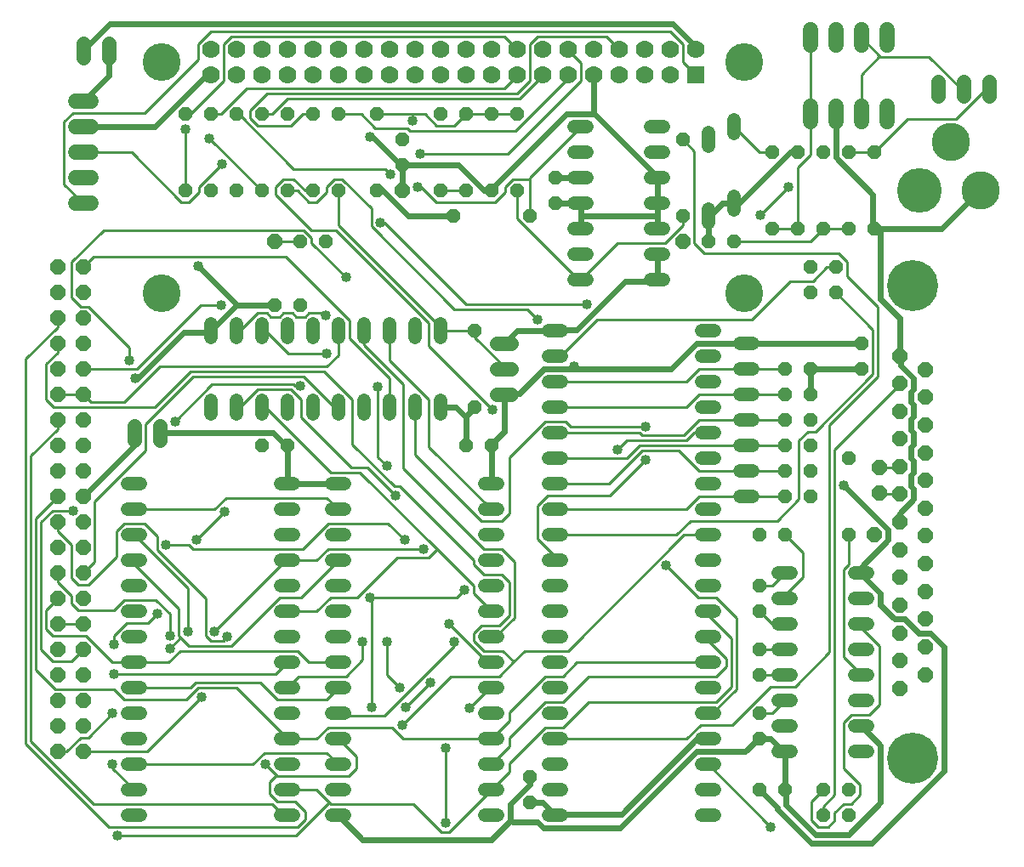
<source format=gtl>
G75*
%MOIN*%
%OFA0B0*%
%FSLAX24Y24*%
%IPPOS*%
%LPD*%
%AMOC8*
5,1,8,0,0,1.08239X$1,22.5*
%
%ADD10OC8,0.0520*%
%ADD11C,0.0520*%
%ADD12C,0.0560*%
%ADD13OC8,0.0560*%
%ADD14C,0.0600*%
%ADD15OC8,0.0600*%
%ADD16C,0.2000*%
%ADD17R,0.0700X0.0700*%
%ADD18C,0.0700*%
%ADD19C,0.1483*%
%ADD20C,0.1750*%
%ADD21C,0.1500*%
%ADD22C,0.0100*%
%ADD23C,0.0400*%
%ADD24C,0.0240*%
D10*
X010180Y016680D03*
X011180Y016680D03*
X010680Y022180D03*
X011680Y022180D03*
X011680Y024680D03*
X012680Y024680D03*
X012180Y026680D03*
X011180Y026680D03*
X010180Y026680D03*
X009180Y026680D03*
X008180Y026680D03*
X007180Y026680D03*
X007180Y029680D03*
X008180Y029680D03*
X009180Y029680D03*
X010180Y029680D03*
X011180Y029680D03*
X012180Y029680D03*
X013180Y029680D03*
X014680Y029680D03*
X015680Y028680D03*
X015680Y027680D03*
X014680Y026680D03*
X013180Y026680D03*
X017180Y026680D03*
X018180Y026680D03*
X019180Y026680D03*
X020180Y026680D03*
X020680Y025680D03*
X021680Y026180D03*
X021680Y027180D03*
X020180Y029680D03*
X019180Y029680D03*
X018180Y029680D03*
X017180Y029680D03*
X017680Y025680D03*
X018530Y021180D03*
X018530Y018180D03*
X018180Y016680D03*
X019180Y016680D03*
X027680Y024680D03*
X028680Y024680D03*
X030180Y025180D03*
X031180Y025180D03*
X032180Y025180D03*
X033180Y025180D03*
X034180Y025180D03*
X034180Y028180D03*
X033180Y028180D03*
X032180Y028180D03*
X031180Y028180D03*
X030180Y028180D03*
X026680Y028680D03*
X026680Y025680D03*
X033680Y020680D03*
X033680Y019680D03*
X033180Y016180D03*
X033180Y013180D03*
X030680Y013180D03*
X029680Y013180D03*
X029680Y011180D03*
X029680Y010180D03*
X029680Y008680D03*
X029680Y007680D03*
X029680Y006180D03*
X029680Y005180D03*
X029680Y003180D03*
X030680Y003180D03*
X020680Y002680D03*
X020680Y003680D03*
D11*
X021420Y003180D02*
X021940Y003180D01*
X021940Y004180D02*
X021420Y004180D01*
X021420Y005180D02*
X021940Y005180D01*
X021940Y006180D02*
X021420Y006180D01*
X021420Y007180D02*
X021940Y007180D01*
X021940Y008180D02*
X021420Y008180D01*
X021420Y009180D02*
X021940Y009180D01*
X021940Y010180D02*
X021420Y010180D01*
X021420Y011180D02*
X021940Y011180D01*
X021940Y012180D02*
X021420Y012180D01*
X021420Y013180D02*
X021940Y013180D01*
X021940Y014180D02*
X021420Y014180D01*
X021420Y015180D02*
X021940Y015180D01*
X021940Y016180D02*
X021420Y016180D01*
X021420Y017180D02*
X021940Y017180D01*
X021940Y018180D02*
X021420Y018180D01*
X021420Y019180D02*
X021940Y019180D01*
X021940Y020180D02*
X021420Y020180D01*
X021420Y021180D02*
X021940Y021180D01*
X022420Y023180D02*
X022940Y023180D01*
X022940Y024180D02*
X022420Y024180D01*
X022420Y025180D02*
X022940Y025180D01*
X022940Y026180D02*
X022420Y026180D01*
X022420Y027180D02*
X022940Y027180D01*
X022940Y028180D02*
X022420Y028180D01*
X022420Y029180D02*
X022940Y029180D01*
X025420Y029180D02*
X025940Y029180D01*
X025940Y028180D02*
X025420Y028180D01*
X025420Y027180D02*
X025940Y027180D01*
X025940Y026180D02*
X025420Y026180D01*
X025420Y025180D02*
X025940Y025180D01*
X025940Y024180D02*
X025420Y024180D01*
X025420Y023180D02*
X025940Y023180D01*
X027420Y021180D02*
X027940Y021180D01*
X028920Y020680D02*
X029440Y020680D01*
X029440Y019680D02*
X028920Y019680D01*
X027940Y019180D02*
X027420Y019180D01*
X027420Y020180D02*
X027940Y020180D01*
X028920Y018680D02*
X029440Y018680D01*
X029440Y017680D02*
X028920Y017680D01*
X027940Y018180D02*
X027420Y018180D01*
X027420Y017180D02*
X027940Y017180D01*
X028920Y016680D02*
X029440Y016680D01*
X029440Y015680D02*
X028920Y015680D01*
X028920Y014680D02*
X029440Y014680D01*
X027940Y014180D02*
X027420Y014180D01*
X027420Y013180D02*
X027940Y013180D01*
X027940Y012180D02*
X027420Y012180D01*
X027420Y011180D02*
X027940Y011180D01*
X027940Y010180D02*
X027420Y010180D01*
X027420Y009180D02*
X027940Y009180D01*
X027940Y008180D02*
X027420Y008180D01*
X027420Y007180D02*
X027940Y007180D01*
X027940Y006180D02*
X027420Y006180D01*
X027420Y005180D02*
X027940Y005180D01*
X027940Y004180D02*
X027420Y004180D01*
X027420Y003180D02*
X027940Y003180D01*
X027940Y002180D02*
X027420Y002180D01*
X030420Y004680D02*
X030940Y004680D01*
X030940Y005680D02*
X030420Y005680D01*
X030420Y006680D02*
X030940Y006680D01*
X030940Y007680D02*
X030420Y007680D01*
X030420Y008680D02*
X030940Y008680D01*
X030940Y009680D02*
X030420Y009680D01*
X030420Y010680D02*
X030940Y010680D01*
X030940Y011680D02*
X030420Y011680D01*
X033420Y011680D02*
X033940Y011680D01*
X033940Y010680D02*
X033420Y010680D01*
X033420Y009680D02*
X033940Y009680D01*
X033940Y008680D02*
X033420Y008680D01*
X033420Y007680D02*
X033940Y007680D01*
X033940Y006680D02*
X033420Y006680D01*
X033420Y005680D02*
X033940Y005680D01*
X033940Y004680D02*
X033420Y004680D01*
X021940Y002180D02*
X021420Y002180D01*
X019440Y002180D02*
X018920Y002180D01*
X018920Y003180D02*
X019440Y003180D01*
X019440Y004180D02*
X018920Y004180D01*
X018920Y005180D02*
X019440Y005180D01*
X019440Y006180D02*
X018920Y006180D01*
X018920Y007180D02*
X019440Y007180D01*
X019440Y008180D02*
X018920Y008180D01*
X018920Y009180D02*
X019440Y009180D01*
X019440Y010180D02*
X018920Y010180D01*
X018920Y011180D02*
X019440Y011180D01*
X019440Y012180D02*
X018920Y012180D01*
X018920Y013180D02*
X019440Y013180D01*
X019440Y014180D02*
X018920Y014180D01*
X018920Y015180D02*
X019440Y015180D01*
X017180Y017920D02*
X017180Y018440D01*
X016180Y018440D02*
X016180Y017920D01*
X015180Y017920D02*
X015180Y018440D01*
X014180Y018440D02*
X014180Y017920D01*
X013180Y017920D02*
X013180Y018440D01*
X012180Y018440D02*
X012180Y017920D01*
X011180Y017920D02*
X011180Y018440D01*
X010180Y018440D02*
X010180Y017920D01*
X009180Y017920D02*
X009180Y018440D01*
X008180Y018440D02*
X008180Y017920D01*
X005440Y015180D02*
X004920Y015180D01*
X004920Y014180D02*
X005440Y014180D01*
X005440Y013180D02*
X004920Y013180D01*
X004920Y012180D02*
X005440Y012180D01*
X005440Y011180D02*
X004920Y011180D01*
X004920Y010180D02*
X005440Y010180D01*
X005440Y009180D02*
X004920Y009180D01*
X004920Y008180D02*
X005440Y008180D01*
X005440Y007180D02*
X004920Y007180D01*
X004920Y006180D02*
X005440Y006180D01*
X005440Y005180D02*
X004920Y005180D01*
X004920Y004180D02*
X005440Y004180D01*
X005440Y003180D02*
X004920Y003180D01*
X004920Y002180D02*
X005440Y002180D01*
X010920Y002180D02*
X011440Y002180D01*
X011440Y003180D02*
X010920Y003180D01*
X010920Y004180D02*
X011440Y004180D01*
X011440Y005180D02*
X010920Y005180D01*
X010920Y006180D02*
X011440Y006180D01*
X011440Y007180D02*
X010920Y007180D01*
X010920Y008180D02*
X011440Y008180D01*
X011440Y009180D02*
X010920Y009180D01*
X010920Y010180D02*
X011440Y010180D01*
X011440Y011180D02*
X010920Y011180D01*
X010920Y012180D02*
X011440Y012180D01*
X011440Y013180D02*
X010920Y013180D01*
X010920Y014180D02*
X011440Y014180D01*
X011440Y015180D02*
X010920Y015180D01*
X012920Y015180D02*
X013440Y015180D01*
X013440Y014180D02*
X012920Y014180D01*
X012920Y013180D02*
X013440Y013180D01*
X013440Y012180D02*
X012920Y012180D01*
X012920Y011180D02*
X013440Y011180D01*
X013440Y010180D02*
X012920Y010180D01*
X012920Y009180D02*
X013440Y009180D01*
X013440Y008180D02*
X012920Y008180D01*
X012920Y007180D02*
X013440Y007180D01*
X013440Y006180D02*
X012920Y006180D01*
X012920Y005180D02*
X013440Y005180D01*
X013440Y004180D02*
X012920Y004180D01*
X012920Y003180D02*
X013440Y003180D01*
X013440Y002180D02*
X012920Y002180D01*
X027420Y015180D02*
X027940Y015180D01*
X027940Y016180D02*
X027420Y016180D01*
X017180Y020920D02*
X017180Y021440D01*
X016180Y021440D02*
X016180Y020920D01*
X015180Y020920D02*
X015180Y021440D01*
X014180Y021440D02*
X014180Y020920D01*
X013180Y020920D02*
X013180Y021440D01*
X012180Y021440D02*
X012180Y020920D01*
X011180Y020920D02*
X011180Y021440D01*
X010180Y021440D02*
X010180Y020920D01*
X009180Y020920D02*
X009180Y021440D01*
X008180Y021440D02*
X008180Y020920D01*
X027680Y025420D02*
X027680Y025940D01*
X028680Y025920D02*
X028680Y026440D01*
X027680Y028420D02*
X027680Y028940D01*
X028680Y028920D02*
X028680Y029440D01*
D12*
X036680Y030400D02*
X036680Y030960D01*
X037680Y030960D02*
X037680Y030400D01*
X038680Y030400D02*
X038680Y030960D01*
X019960Y020680D02*
X019400Y020680D01*
X019400Y019680D02*
X019960Y019680D01*
X019960Y018680D02*
X019400Y018680D01*
X006180Y017460D02*
X006180Y016900D01*
X005180Y016900D02*
X005180Y017460D01*
X004180Y031900D02*
X004180Y032460D01*
X003180Y032460D02*
X003180Y031900D01*
D13*
X030680Y019680D03*
X031680Y019680D03*
X031680Y018680D03*
X030680Y018680D03*
X030680Y017680D03*
X031680Y017680D03*
X031680Y016680D03*
X030680Y016680D03*
X030680Y015680D03*
X030680Y014680D03*
X031680Y014680D03*
X031680Y015680D03*
X031680Y022680D03*
X031680Y023680D03*
X032680Y023680D03*
X032680Y022680D03*
X032180Y003180D03*
X033180Y003180D03*
X033180Y002180D03*
X032180Y002180D03*
D14*
X003480Y026180D02*
X002880Y026180D01*
X002880Y027180D02*
X003480Y027180D01*
X003480Y028180D02*
X002880Y028180D01*
X002880Y029180D02*
X003480Y029180D01*
X003480Y030180D02*
X002880Y030180D01*
X031680Y029980D02*
X031680Y029380D01*
X032680Y029380D02*
X032680Y029980D01*
X033680Y029980D02*
X033680Y029380D01*
X034680Y029380D02*
X034680Y029980D01*
X034680Y032380D02*
X034680Y032980D01*
X033680Y032980D02*
X033680Y032380D01*
X032680Y032380D02*
X032680Y032980D01*
X031680Y032980D02*
X031680Y032380D01*
D15*
X026680Y024680D03*
X035180Y020200D03*
X036180Y019660D03*
X035180Y019110D03*
X036180Y018570D03*
X035180Y018030D03*
X036180Y017480D03*
X035180Y016940D03*
X036180Y016400D03*
X035180Y015850D03*
X034380Y015830D03*
X034380Y014830D03*
X035180Y014770D03*
X036180Y015310D03*
X036180Y014220D03*
X035180Y013680D03*
X036180Y013140D03*
X035180Y012590D03*
X036180Y012050D03*
X035180Y011510D03*
X036180Y010960D03*
X035180Y010420D03*
X036180Y009880D03*
X035180Y009330D03*
X036180Y008790D03*
X035180Y008250D03*
X036180Y007700D03*
X035180Y007160D03*
X034180Y013180D03*
X015680Y026680D03*
X010680Y024680D03*
X003180Y023680D03*
X003180Y022680D03*
X002180Y022680D03*
X002180Y023680D03*
X002180Y021680D03*
X003180Y021680D03*
X003180Y020680D03*
X002180Y020680D03*
X002180Y019680D03*
X003180Y019680D03*
X003180Y018680D03*
X002180Y018680D03*
X002180Y017680D03*
X003180Y017680D03*
X003180Y016680D03*
X002180Y016680D03*
X002180Y015680D03*
X002180Y014680D03*
X003180Y014680D03*
X003180Y015680D03*
X003180Y013680D03*
X002180Y013680D03*
X002180Y012680D03*
X003180Y012680D03*
X003180Y011680D03*
X002180Y011680D03*
X002180Y010680D03*
X003180Y010680D03*
X003180Y009680D03*
X002180Y009680D03*
X002180Y008680D03*
X002180Y007680D03*
X003180Y007680D03*
X003180Y008680D03*
X003180Y006680D03*
X002180Y006680D03*
X002180Y005680D03*
X003180Y005680D03*
X003180Y004680D03*
X002180Y004680D03*
D16*
X035680Y004420D03*
X035680Y022940D03*
D17*
X027180Y031208D03*
D18*
X026180Y031208D03*
X026180Y032208D03*
X027180Y032208D03*
X025180Y032208D03*
X024180Y032208D03*
X023180Y032208D03*
X022180Y032208D03*
X021180Y032208D03*
X020180Y032208D03*
X019180Y032208D03*
X018180Y032208D03*
X017180Y032208D03*
X016180Y032208D03*
X015180Y032208D03*
X014180Y032208D03*
X013180Y032208D03*
X012180Y032208D03*
X011180Y032208D03*
X010180Y032208D03*
X009180Y032208D03*
X008180Y032208D03*
X008180Y031208D03*
X009180Y031208D03*
X010180Y031208D03*
X011180Y031208D03*
X012180Y031208D03*
X013180Y031208D03*
X014180Y031208D03*
X015180Y031208D03*
X016180Y031208D03*
X017180Y031208D03*
X018180Y031208D03*
X019180Y031208D03*
X020180Y031208D03*
X021180Y031208D03*
X022180Y031208D03*
X023180Y031208D03*
X024180Y031208D03*
X025180Y031208D03*
D19*
X029097Y031708D03*
X029097Y022652D03*
X006263Y022652D03*
X006263Y031708D03*
D20*
X035960Y026680D03*
D21*
X037180Y028570D03*
X038361Y026680D03*
D22*
X010580Y002630D02*
X003580Y002630D01*
X001130Y005080D01*
X001130Y016280D01*
X002180Y017330D01*
X002180Y017680D01*
X002030Y018180D02*
X005980Y018180D01*
X007380Y019580D01*
X012630Y019580D01*
X013730Y018480D01*
X013730Y016730D01*
X015380Y015080D01*
X015580Y015080D01*
X018480Y012180D01*
X018480Y012030D01*
X018880Y011630D01*
X019580Y011630D01*
X019880Y011330D01*
X019880Y010030D01*
X019480Y009630D01*
X018780Y009630D01*
X018480Y009330D01*
X018480Y009030D01*
X018880Y008630D01*
X019630Y008630D01*
X020055Y008205D01*
X020480Y008630D01*
X022180Y008630D01*
X026730Y013180D01*
X027680Y013180D01*
X026980Y013730D02*
X030380Y013730D01*
X031230Y014580D01*
X031230Y016880D01*
X031580Y017230D01*
X031880Y017230D01*
X034130Y019480D01*
X034130Y021230D01*
X032680Y022680D01*
X033130Y023330D02*
X033130Y023880D01*
X032780Y024230D01*
X027530Y024230D01*
X027130Y024630D01*
X027130Y028230D01*
X026680Y028680D01*
X028680Y029180D02*
X029680Y028180D01*
X030180Y028180D01*
X031180Y027580D02*
X031680Y028080D01*
X031680Y029680D01*
X031680Y032680D01*
X033680Y032680D02*
X034405Y031955D01*
X033680Y031230D01*
X033680Y029680D01*
X034180Y028180D02*
X035480Y029480D01*
X037380Y029480D01*
X038580Y030680D01*
X038680Y030680D01*
X037680Y030680D02*
X037580Y030680D01*
X036330Y031930D01*
X034430Y031930D01*
X034405Y031955D01*
X034180Y028180D02*
X033180Y028180D01*
X031180Y027580D02*
X031180Y025180D01*
X030180Y025180D01*
X029730Y025730D02*
X030830Y026830D01*
X032180Y025180D02*
X033180Y025180D01*
X032180Y025180D02*
X031680Y024680D01*
X028680Y024680D01*
X026680Y025330D02*
X025980Y024630D01*
X024130Y024630D01*
X022680Y023180D01*
X022580Y023180D01*
X020180Y025580D01*
X020180Y026680D01*
X019730Y026630D02*
X019730Y026830D01*
X020030Y027130D01*
X020680Y027130D01*
X020680Y025680D01*
X019730Y026630D02*
X019330Y026230D01*
X017030Y026230D01*
X016430Y026830D01*
X016280Y026830D01*
X015230Y027330D02*
X015030Y027530D01*
X011430Y027530D01*
X009280Y029680D01*
X009180Y029680D01*
X009730Y029830D02*
X009730Y029530D01*
X010030Y029230D01*
X011330Y029230D01*
X011780Y029680D01*
X012180Y029680D01*
X013180Y029680D02*
X014080Y029680D01*
X014630Y029130D01*
X015880Y029130D01*
X015980Y029030D01*
X020130Y029030D01*
X022180Y031080D01*
X022180Y031208D01*
X022680Y030980D02*
X022680Y031680D01*
X022180Y032180D01*
X022180Y032208D01*
X020980Y032730D02*
X023680Y032730D01*
X024180Y032230D01*
X024180Y032208D01*
X022680Y030980D02*
X019830Y028130D01*
X016380Y028130D01*
X017030Y029230D02*
X017730Y029230D01*
X018180Y029680D01*
X019180Y029680D01*
X020180Y029680D01*
X020280Y030280D02*
X021180Y031180D01*
X021180Y031208D01*
X020680Y030980D02*
X020680Y032430D01*
X020980Y032730D01*
X020180Y032230D02*
X020180Y032208D01*
X020180Y032230D02*
X019680Y032730D01*
X008980Y032730D01*
X008680Y032430D01*
X008680Y030980D01*
X007380Y029680D01*
X007180Y029680D01*
X007180Y029080D02*
X007180Y026680D01*
X007330Y026230D02*
X007030Y026230D01*
X005080Y028180D01*
X003180Y028180D01*
X002430Y029380D02*
X002430Y026930D01*
X003180Y026180D01*
X003980Y025130D02*
X002730Y023880D01*
X002730Y022480D01*
X003080Y022130D01*
X003380Y022130D01*
X004980Y020530D01*
X004980Y020030D01*
X005280Y019680D02*
X007780Y022180D01*
X008580Y022180D01*
X009180Y021180D02*
X009330Y021180D01*
X010030Y021880D01*
X010380Y021880D01*
X010530Y021730D01*
X010880Y021730D01*
X011030Y021880D01*
X011380Y021880D01*
X011530Y021730D01*
X011880Y021730D01*
X012030Y021880D01*
X012580Y021880D01*
X012680Y021780D01*
X013180Y021180D02*
X013180Y020230D01*
X012730Y019780D01*
X006180Y019780D01*
X004780Y018380D01*
X003480Y018380D01*
X003180Y018680D01*
X002180Y018680D01*
X001730Y018480D02*
X002030Y018180D01*
X001730Y018480D02*
X001730Y019880D01*
X002180Y020330D01*
X002180Y020680D01*
X002180Y021330D02*
X000930Y020080D01*
X000930Y004980D01*
X004180Y001730D01*
X011580Y001730D01*
X011880Y002030D01*
X011880Y002330D01*
X011480Y002730D01*
X010780Y002730D01*
X010480Y003030D01*
X010480Y003480D01*
X010755Y003755D01*
X010330Y004180D01*
X010755Y003755D02*
X010780Y003730D01*
X013580Y003730D01*
X013880Y004030D01*
X013880Y004480D01*
X013180Y005180D01*
X012730Y004630D02*
X013180Y004180D01*
X012730Y004630D02*
X010280Y004630D01*
X009830Y004180D01*
X005180Y004180D01*
X005680Y004680D02*
X007830Y006830D01*
X007680Y007180D02*
X009180Y007180D01*
X011180Y005180D01*
X012330Y005180D01*
X012780Y005630D01*
X015280Y005630D01*
X015730Y005180D01*
X019180Y005180D01*
X019880Y005880D01*
X019880Y006230D01*
X021280Y007630D01*
X021980Y007630D01*
X022530Y008180D01*
X027680Y008180D01*
X027980Y007630D02*
X022980Y007630D01*
X021980Y006630D01*
X021280Y006630D01*
X019880Y005230D01*
X019880Y004880D01*
X019180Y004180D01*
X019880Y004230D02*
X019880Y003880D01*
X019180Y003180D01*
X017530Y001530D01*
X017230Y001530D01*
X016130Y002630D01*
X012880Y002630D01*
X012830Y002680D01*
X011530Y001380D01*
X004530Y001380D01*
X005180Y003180D02*
X004330Y004030D01*
X004330Y004180D01*
X003180Y004680D02*
X005680Y004680D01*
X004330Y006180D02*
X003380Y005230D01*
X003080Y005230D01*
X002530Y004680D01*
X002180Y004680D01*
X004380Y007130D02*
X004780Y006730D01*
X007230Y006730D01*
X007680Y007180D01*
X007580Y007380D02*
X007380Y007180D01*
X005180Y007180D01*
X004380Y007130D02*
X002080Y007130D01*
X001330Y007880D01*
X001330Y013830D01*
X002180Y014680D01*
X001980Y014130D02*
X001530Y013680D01*
X001530Y008680D01*
X001980Y008230D01*
X002730Y008230D01*
X003180Y008680D01*
X003280Y009230D02*
X001980Y009230D01*
X001730Y009480D01*
X001730Y010230D01*
X002180Y010680D01*
X002730Y010780D02*
X002730Y010480D01*
X002980Y010230D01*
X004380Y010230D01*
X004780Y010630D01*
X006030Y010630D01*
X006580Y010080D01*
X006580Y009230D01*
X006930Y009230D02*
X007005Y009155D01*
X006580Y008730D01*
X006980Y008630D02*
X006530Y008180D01*
X005180Y008180D01*
X004330Y008180D01*
X003280Y009230D01*
X003180Y009680D02*
X002180Y009680D01*
X002730Y010780D02*
X002180Y011330D01*
X002180Y011680D01*
X002730Y011480D02*
X002980Y011230D01*
X003380Y011230D01*
X004480Y012330D01*
X004480Y013330D01*
X004780Y013630D01*
X005580Y013630D01*
X006080Y013130D01*
X006080Y012580D01*
X007980Y010680D01*
X007980Y009230D01*
X008180Y009030D01*
X008680Y009030D01*
X008830Y009180D01*
X008980Y008830D02*
X010880Y010730D01*
X011730Y010730D01*
X013180Y012180D01*
X012780Y012630D02*
X016530Y012630D01*
X016730Y012280D02*
X017055Y012605D01*
X014030Y015630D01*
X012880Y015630D01*
X010330Y018180D01*
X010180Y018180D01*
X010030Y018880D02*
X011330Y018880D01*
X011730Y018480D01*
X011730Y017780D01*
X013680Y015830D01*
X014330Y015830D01*
X015430Y014730D01*
X015730Y015780D02*
X018880Y012630D01*
X019580Y012630D01*
X020080Y012130D01*
X020080Y009930D01*
X019330Y009180D01*
X019180Y009180D01*
X019180Y008180D02*
X019030Y008180D01*
X017530Y009680D01*
X017730Y008980D02*
X017730Y008830D01*
X014980Y006080D01*
X013280Y006080D01*
X013180Y006180D01*
X012730Y006730D02*
X013180Y007180D01*
X013480Y007630D02*
X011630Y007630D01*
X011180Y007180D01*
X010780Y006730D02*
X012730Y006730D01*
X013480Y007630D02*
X014130Y008280D01*
X014130Y008980D01*
X013180Y008180D02*
X012030Y008180D01*
X011580Y008630D01*
X006980Y008630D01*
X007330Y008830D02*
X008980Y008830D01*
X008330Y009380D02*
X011130Y012180D01*
X011180Y012180D01*
X012330Y012180D01*
X012780Y012630D01*
X012780Y013630D02*
X011780Y012630D01*
X007480Y012630D01*
X007330Y012780D01*
X006430Y012780D01*
X007630Y012980D02*
X008730Y014080D01*
X008330Y014180D02*
X008780Y014630D01*
X012730Y014630D01*
X013180Y014180D01*
X012780Y013630D02*
X015130Y013630D01*
X015780Y012980D01*
X015480Y012280D02*
X016730Y012280D01*
X017055Y012605D02*
X018480Y011180D01*
X018480Y010880D01*
X019180Y010180D01*
X018130Y011030D02*
X017830Y010730D01*
X014480Y010730D01*
X014430Y010730D01*
X014480Y010730D02*
X014480Y006430D01*
X015580Y007180D02*
X015080Y007680D01*
X015080Y008980D01*
X016780Y007380D02*
X015830Y006430D01*
X015680Y005730D02*
X017580Y007630D01*
X019480Y007630D01*
X020055Y008205D01*
X019180Y007180D02*
X019130Y007180D01*
X018330Y006380D01*
X017380Y004830D02*
X017380Y001880D01*
X019880Y004230D02*
X021280Y005630D01*
X021980Y005630D01*
X022980Y006630D01*
X027980Y006630D01*
X028580Y007230D01*
X028580Y009130D01*
X027680Y010030D01*
X027680Y010180D01*
X027980Y010730D02*
X027280Y010730D01*
X026030Y011980D01*
X026430Y013180D02*
X026980Y013730D01*
X026830Y014180D02*
X027330Y014680D01*
X029180Y014680D01*
X030680Y014680D01*
X030680Y015680D02*
X029180Y015680D01*
X027330Y015680D01*
X026530Y016480D01*
X025080Y016480D01*
X023780Y015180D01*
X021680Y015180D01*
X021380Y014730D02*
X023830Y014730D01*
X025230Y016130D01*
X024980Y016680D02*
X029180Y016680D01*
X030680Y016680D01*
X030680Y017680D02*
X029180Y017680D01*
X027330Y017680D01*
X026730Y017080D01*
X025080Y017080D01*
X024980Y017180D01*
X021680Y017180D01*
X021280Y017630D02*
X019880Y016230D01*
X019880Y014030D01*
X019580Y013730D01*
X018780Y013730D01*
X016180Y016330D01*
X016180Y018180D01*
X016730Y018480D02*
X016730Y016630D01*
X019180Y014180D01*
X020980Y014330D02*
X020980Y013030D01*
X021680Y012330D01*
X021680Y012180D01*
X021680Y013180D02*
X026430Y013180D01*
X026830Y014180D02*
X021680Y014180D01*
X021380Y014730D02*
X020980Y014330D01*
X021680Y016180D02*
X024480Y016180D01*
X024980Y016680D01*
X024480Y016880D02*
X024130Y016530D01*
X024480Y016880D02*
X026830Y016880D01*
X027130Y017180D01*
X027680Y017180D01*
X026830Y018180D02*
X027330Y018680D01*
X029180Y018680D01*
X030680Y018680D01*
X030680Y019680D02*
X029180Y019680D01*
X027330Y019680D01*
X026830Y019180D01*
X021680Y019180D01*
X021680Y020180D02*
X021880Y020180D01*
X023330Y021630D01*
X029380Y021630D01*
X030880Y023130D01*
X031780Y023130D01*
X032330Y023680D01*
X032680Y023680D01*
X033130Y023330D02*
X034330Y022130D01*
X034330Y019380D01*
X032430Y017480D01*
X032430Y008580D01*
X031080Y007230D01*
X030130Y007230D01*
X028630Y005730D01*
X027380Y005730D01*
X026830Y005180D01*
X021680Y005180D01*
X027680Y004180D02*
X030130Y001730D01*
X031730Y001980D02*
X031980Y001730D01*
X032380Y001730D01*
X032630Y001980D01*
X032630Y002280D01*
X032980Y002630D01*
X033280Y002630D01*
X033630Y002980D01*
X033630Y003380D01*
X032980Y004030D01*
X032980Y005830D01*
X033280Y006130D01*
X033980Y006130D01*
X034380Y006530D01*
X034380Y008830D01*
X033680Y009530D01*
X033680Y009680D01*
X032980Y008380D02*
X033680Y007680D01*
X032980Y008380D02*
X032980Y011830D01*
X033180Y012030D01*
X033180Y013180D01*
X031380Y012480D02*
X031380Y011530D01*
X030680Y010830D01*
X030680Y010680D01*
X030180Y011180D02*
X029680Y011180D01*
X030180Y011180D02*
X030680Y011680D01*
X031380Y012480D02*
X030680Y013180D01*
X027980Y010730D02*
X028780Y009930D01*
X028780Y007130D01*
X027830Y006180D01*
X027680Y006180D01*
X027980Y007630D02*
X028380Y008030D01*
X028380Y008330D01*
X027680Y009030D01*
X027680Y009180D01*
X029680Y008680D02*
X030680Y008680D01*
X030680Y007680D02*
X029680Y007680D01*
X030680Y006680D02*
X030180Y006180D01*
X029680Y006180D01*
X032180Y003180D02*
X031730Y002730D01*
X031730Y001980D01*
X032180Y002180D02*
X032180Y002530D01*
X032630Y002980D01*
X032630Y016530D01*
X035180Y019080D01*
X035180Y019110D01*
X035180Y015850D02*
X035180Y015830D01*
X034380Y015830D01*
X034380Y014830D02*
X034430Y014780D01*
X035180Y014780D01*
X035180Y014770D01*
X030180Y009680D02*
X029680Y010180D01*
X030180Y009680D02*
X030680Y009680D01*
X025230Y017430D02*
X022280Y017430D01*
X022080Y017630D01*
X021280Y017630D01*
X021680Y018180D02*
X026830Y018180D01*
X022930Y022230D02*
X018180Y022230D01*
X014980Y025430D01*
X014830Y025430D01*
X014480Y025280D02*
X017730Y022030D01*
X020580Y022030D01*
X020980Y021630D01*
X019680Y019780D02*
X018530Y020930D01*
X018530Y021180D01*
X017180Y021180D01*
X017180Y021330D01*
X013180Y025330D01*
X013180Y026680D01*
X012730Y026630D02*
X012730Y026830D01*
X013030Y027130D01*
X013330Y027130D01*
X014480Y025980D01*
X014480Y025280D01*
X013080Y025130D02*
X016730Y021480D01*
X016730Y020580D01*
X019230Y018080D01*
X019680Y019680D02*
X019680Y019780D01*
X016730Y018480D02*
X015180Y020030D01*
X015180Y021180D01*
X014180Y021180D02*
X014180Y020630D01*
X015730Y019080D01*
X015730Y015780D01*
X015080Y015880D02*
X014730Y016230D01*
X014730Y018980D01*
X015180Y019330D02*
X013630Y020880D01*
X013630Y021580D01*
X011130Y024080D01*
X003580Y024080D01*
X003180Y023680D01*
X003980Y025130D02*
X011830Y025130D01*
X012130Y024830D01*
X012130Y024630D01*
X013480Y023280D01*
X011680Y024680D02*
X010680Y024680D01*
X012130Y025130D02*
X013080Y025130D01*
X012130Y025130D02*
X010730Y026530D01*
X010730Y026830D01*
X011030Y027130D01*
X011430Y027130D01*
X011880Y026680D01*
X012180Y026680D01*
X012330Y026230D02*
X012730Y026630D01*
X012330Y026230D02*
X012030Y026230D01*
X011580Y026680D01*
X011180Y026680D01*
X010180Y026680D02*
X008130Y028730D01*
X008180Y029680D02*
X008580Y029680D01*
X009580Y030680D01*
X019680Y030680D01*
X020180Y031180D01*
X020180Y031208D01*
X020680Y030980D02*
X020180Y030480D01*
X010380Y030480D01*
X009730Y029830D01*
X010180Y029680D02*
X010580Y029680D01*
X011180Y030280D01*
X020280Y030280D01*
X022680Y029180D02*
X020680Y027180D01*
X020680Y027130D01*
X018180Y026680D02*
X017180Y026680D01*
X017030Y029230D02*
X016580Y029680D01*
X016080Y029680D01*
X016080Y029430D01*
X016080Y029680D02*
X014680Y029680D01*
X008630Y027730D02*
X007730Y026830D01*
X007730Y026630D01*
X007330Y026230D01*
X005580Y029730D02*
X007680Y031830D01*
X007680Y032430D01*
X008180Y032930D01*
X026180Y032930D01*
X026680Y032430D01*
X026680Y031730D01*
X027180Y031230D01*
X027180Y031208D01*
X026680Y025680D02*
X026680Y025330D01*
X015180Y019330D02*
X015180Y018180D01*
X013180Y018180D02*
X013030Y018180D01*
X011830Y019380D01*
X007480Y019380D01*
X005630Y017530D01*
X005630Y016480D01*
X003630Y014480D01*
X003630Y012130D01*
X003180Y011680D01*
X002730Y011480D02*
X002730Y012780D01*
X002180Y013330D01*
X002180Y013680D01*
X001980Y014130D02*
X002780Y014130D01*
X005180Y014180D02*
X008330Y014180D01*
X007280Y011080D02*
X005180Y013180D01*
X005180Y012180D02*
X005180Y012030D01*
X006930Y010280D01*
X006930Y009230D01*
X007005Y009155D02*
X007330Y008830D01*
X007280Y009380D02*
X007280Y011080D01*
X006080Y010080D02*
X005730Y009730D01*
X004880Y009730D01*
X004380Y009230D01*
X004380Y008880D01*
X004380Y007730D02*
X010730Y007730D01*
X011180Y008180D01*
X010130Y007380D02*
X010780Y006730D01*
X010130Y007380D02*
X007580Y007380D01*
X011180Y010180D02*
X012330Y010180D01*
X012880Y010730D01*
X013930Y010730D01*
X015480Y012280D01*
X009330Y018180D02*
X010030Y018880D01*
X009330Y018180D02*
X009180Y018180D01*
X008230Y019080D02*
X006780Y017630D01*
X008230Y019080D02*
X011430Y019080D01*
X011480Y019030D01*
X011680Y019030D01*
X011230Y020280D02*
X012730Y020280D01*
X011230Y020280D02*
X010330Y021180D01*
X010180Y021180D01*
X005280Y019680D02*
X003180Y019680D01*
X002180Y021330D02*
X002180Y021680D01*
X002430Y029380D02*
X002780Y029730D01*
X005580Y029730D01*
X011180Y003180D02*
X012330Y003180D01*
X012830Y002680D01*
X011180Y002180D02*
X011030Y002180D01*
X010580Y002630D01*
D23*
X010330Y004180D03*
X007830Y006830D03*
X006580Y008730D03*
X006580Y009230D03*
X007280Y009380D03*
X006080Y010080D03*
X004380Y008880D03*
X004380Y007730D03*
X004330Y006180D03*
X004330Y004180D03*
X004530Y001380D03*
X014130Y008980D03*
X015080Y008980D03*
X016780Y007380D03*
X015580Y007180D03*
X015830Y006430D03*
X015680Y005730D03*
X014480Y006430D03*
X017380Y004830D03*
X018330Y006380D03*
X017730Y008980D03*
X017530Y009680D03*
X018130Y011030D03*
X016530Y012630D03*
X015780Y012980D03*
X015430Y014730D03*
X015080Y015880D03*
X014730Y018980D03*
X012730Y020280D03*
X012680Y021780D03*
X013480Y023280D03*
X014830Y025430D03*
X016280Y026830D03*
X015230Y027330D03*
X016380Y028130D03*
X016080Y029430D03*
X014430Y028780D03*
X008630Y027730D03*
X008130Y028730D03*
X007180Y029080D03*
X007680Y023730D03*
X008580Y022180D03*
X005230Y019330D03*
X004980Y020030D03*
X006780Y017630D03*
X008730Y014080D03*
X007630Y012980D03*
X006430Y012780D03*
X002780Y014130D03*
X008330Y009380D03*
X008830Y009180D03*
X014430Y010730D03*
X019230Y018080D03*
X022430Y019780D03*
X020980Y021630D03*
X022930Y022230D03*
X025230Y017430D03*
X024130Y016530D03*
X025230Y016130D03*
X026030Y011980D03*
X032980Y015130D03*
X029730Y025730D03*
X030830Y026830D03*
X011680Y019030D03*
X017380Y001880D03*
X030130Y001730D03*
D24*
X030380Y002430D02*
X031730Y001080D01*
X034080Y001080D01*
X036930Y003930D01*
X036930Y008780D01*
X036380Y009330D01*
X035930Y009330D01*
X035380Y009880D01*
X034980Y009880D01*
X034430Y010430D01*
X034430Y010880D01*
X033730Y011580D01*
X033680Y011680D01*
X033680Y011930D01*
X034730Y012980D01*
X034730Y013380D01*
X032980Y015130D01*
X035180Y014030D02*
X035180Y013680D01*
X035180Y014030D02*
X035730Y014580D01*
X035730Y014980D01*
X035630Y015080D01*
X035630Y015530D01*
X035730Y015630D01*
X035730Y016080D01*
X035630Y016180D01*
X035630Y016630D01*
X035730Y016730D01*
X035730Y017180D01*
X035630Y017280D01*
X035630Y017730D01*
X035730Y017830D01*
X035730Y018280D01*
X035630Y018380D01*
X035630Y018780D01*
X035730Y018880D01*
X035730Y019330D01*
X035230Y019830D01*
X035230Y020130D01*
X035180Y020200D01*
X035180Y021680D01*
X034430Y022430D01*
X034430Y025080D01*
X034180Y025180D01*
X034130Y025280D01*
X034130Y026530D01*
X032680Y027980D01*
X032680Y029680D01*
X031180Y028180D02*
X030880Y028180D01*
X028930Y026230D01*
X028780Y026230D01*
X028680Y026180D01*
X028230Y026180D01*
X027780Y025730D01*
X027680Y025680D01*
X027680Y024680D01*
X025680Y024180D02*
X025680Y023180D01*
X025580Y023130D01*
X024430Y023130D01*
X022530Y021230D01*
X021780Y021230D01*
X021680Y021180D01*
X020180Y021180D01*
X019680Y020680D01*
X021230Y019680D02*
X022430Y019680D01*
X022430Y019780D01*
X022430Y019680D02*
X026230Y019680D01*
X027230Y020680D01*
X029180Y020680D01*
X033680Y020680D01*
X033680Y019680D02*
X031680Y019680D01*
X031680Y018680D01*
X034180Y025180D02*
X036830Y025180D01*
X038330Y026680D01*
X038361Y026680D01*
X027180Y032208D02*
X027180Y032330D01*
X026280Y033230D01*
X004230Y033230D01*
X003180Y032180D01*
X004180Y032180D02*
X004180Y031180D01*
X003180Y030180D01*
X003180Y029180D02*
X005980Y029180D01*
X007980Y031180D01*
X008180Y031180D01*
X008180Y031208D01*
X014430Y028780D02*
X014530Y028780D01*
X015580Y027730D01*
X015680Y027680D01*
X015680Y026680D01*
X014930Y026680D02*
X015930Y025680D01*
X017680Y025680D01*
X018880Y026680D02*
X017880Y027680D01*
X015680Y027680D01*
X014930Y026680D02*
X014680Y026680D01*
X018880Y026680D02*
X019180Y026680D01*
X019230Y026780D01*
X022130Y029680D01*
X023080Y029680D01*
X023180Y029730D01*
X025630Y027280D01*
X025680Y027180D01*
X025680Y026180D01*
X025680Y025680D01*
X022680Y025680D01*
X022680Y025180D01*
X022680Y025680D02*
X022680Y026180D01*
X021680Y026180D01*
X021680Y027180D02*
X022680Y027180D01*
X025680Y025680D02*
X025680Y025180D01*
X023180Y029730D02*
X023180Y031208D01*
X010680Y022180D02*
X009180Y022180D01*
X009130Y022280D01*
X007680Y023730D01*
X009180Y022180D02*
X008180Y021180D01*
X008080Y021130D01*
X007130Y021130D01*
X005330Y019330D01*
X005230Y019330D01*
X005180Y017180D02*
X005180Y016680D01*
X003180Y014680D01*
X006180Y017180D02*
X010630Y017180D01*
X011080Y016730D01*
X011180Y016680D01*
X011180Y015180D01*
X013180Y015180D01*
X017180Y018180D02*
X017780Y018180D01*
X018080Y017880D01*
X018180Y017830D01*
X018530Y018180D01*
X018180Y017830D02*
X018180Y016680D01*
X019180Y016680D02*
X019230Y016780D01*
X019680Y017230D01*
X019680Y018680D01*
X019780Y018730D01*
X020280Y018730D01*
X021230Y019680D01*
X019180Y016680D02*
X019180Y015180D01*
X027230Y005180D02*
X027680Y005180D01*
X027230Y005180D02*
X024280Y002230D01*
X021780Y002230D01*
X021680Y002180D01*
X021180Y002680D01*
X020680Y002680D01*
X020680Y003380D02*
X019930Y002630D01*
X019930Y001980D01*
X020030Y001930D01*
X020980Y001930D01*
X021230Y001680D01*
X024230Y001680D01*
X027230Y004680D01*
X029130Y004680D01*
X029580Y005130D01*
X029680Y005180D01*
X030130Y005180D01*
X030580Y004730D01*
X030680Y004680D01*
X030680Y003180D01*
X030730Y003080D01*
X030730Y002580D01*
X031880Y001430D01*
X033180Y001430D01*
X034430Y002680D01*
X034430Y004930D01*
X033680Y005680D01*
X030380Y002480D02*
X030380Y002430D01*
X030380Y002480D02*
X029680Y003180D01*
X020680Y003380D02*
X020680Y003680D01*
X019930Y001980D02*
X019180Y001230D01*
X014130Y001230D01*
X013180Y002180D01*
M02*

</source>
